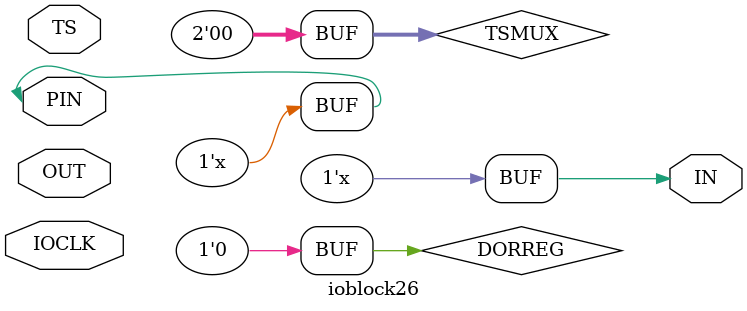
<source format=v>
module ioblock26(
	       inout  PIN,
	       input  TS,
	       input  OUT,
	       output IN,
	       input IOCLK
	       );
   
   reg 		     D;
   reg [2-1:0] 	     TSMUX;
   reg 		     DORREG;

   assign PIN = ( TSMUX == 2'b00 ) ? 1'bz : (( TSMUX == 2'b01 && TS == 1'b1 ) ? OUT : (( TSMUX == 2'b01 && TS == 1'b0 ) ? 1'bz : OUT));
   assign IN  = ( DORREG == 1'b0 ) ? PIN  : D;
   
   initial
     begin
	D=1'b0;
	TSMUX=2'b00;
	DORREG=1'b0;
     end
   
   always @(posedge IOCLK) D=PIN;
   
endmodule       

</source>
